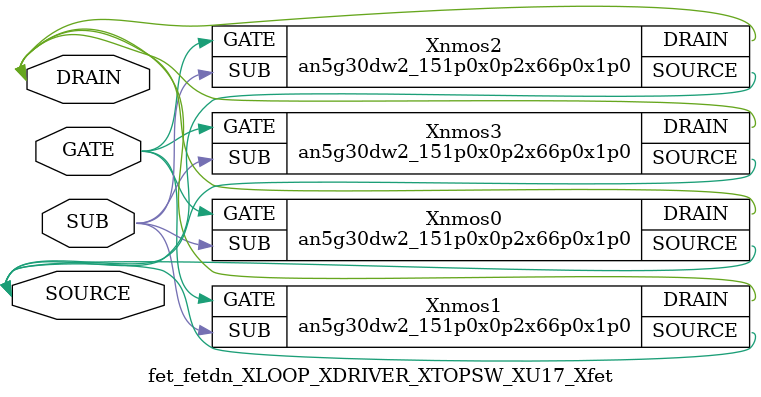
<source format=v>

module an5g30dw2_151p0x0p2x66p0x1p0 (DRAIN,GATE,SOURCE,SUB);
input GATE;
input SUB;
inout SOURCE;
inout DRAIN;
endmodule

//Celera Confidential Do Not Copy fet_fetdn_XLOOP_XDRIVER_XTOPSW_XU17_Xfet
//Celera Confidential Symbol Generator
//power NMOS:Ron:0.200 Ohm
//Vgs 6V Vds 30V
//Kelvin:no

module fet_fetdn_XLOOP_XDRIVER_XTOPSW_XU17_Xfet (GATE,SOURCE,DRAIN,SUB);
input GATE;
inout SOURCE;
inout DRAIN;
input SUB;

//Celera Confidential Do Not Copy an5g30dw2_151p0x0p2x66p0x1p0
an5g30dw2_151p0x0p2x66p0x1p0 Xnmos0(
.DRAIN (DRAIN),
.GATE (GATE),
.SOURCE (SOURCE),
.SUB (SUB)
);
//,diesize,an5g30dw2_151p0x0p2x66p0x1p0

//Celera Confidential Do Not Copy an5g30dw2_151p0x0p2x66p0x1p0
an5g30dw2_151p0x0p2x66p0x1p0 Xnmos1(
.DRAIN (DRAIN),
.GATE (GATE),
.SOURCE (SOURCE),
.SUB (SUB)
);
//,diesize,an5g30dw2_151p0x0p2x66p0x1p0

//Celera Confidential Do Not Copy an5g30dw2_151p0x0p2x66p0x1p0
an5g30dw2_151p0x0p2x66p0x1p0 Xnmos2(
.DRAIN (DRAIN),
.GATE (GATE),
.SOURCE (SOURCE),
.SUB (SUB)
);
//,diesize,an5g30dw2_151p0x0p2x66p0x1p0

//Celera Confidential Do Not Copy an5g30dw2_151p0x0p2x66p0x1p0
an5g30dw2_151p0x0p2x66p0x1p0 Xnmos3(
.DRAIN (DRAIN),
.GATE (GATE),
.SOURCE (SOURCE),
.SUB (SUB)
);
//,diesize,an5g30dw2_151p0x0p2x66p0x1p0

//Celera Confidential Do Not Copy Module End
//Celera Schematic Generator
endmodule

</source>
